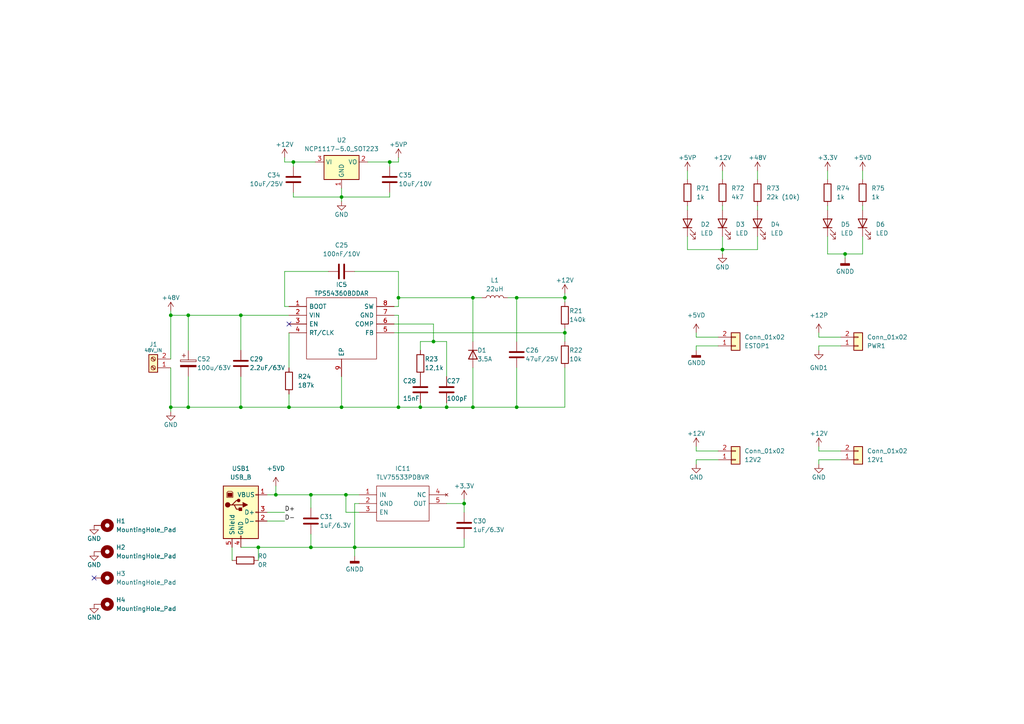
<source format=kicad_sch>
(kicad_sch (version 20230121) (generator eeschema)
  (paper "A4")
  (title_block (title "PCK Controller V1") (company "Josef Pecka"))
  (lib_symbols
    (symbol "Connector:Screw_Terminal_01x02" (pin_names (offset 1.016) hide)
      (property "Reference" "J" (at 0 2.54 0))
      (property "Value" "Screw_Terminal_01x02" (at 0 -5.08 0))
      (symbol "Screw_Terminal_01x02_1_1"
        (rectangle (start -1.27 1.27) (end 1.27 -3.81) (stroke (width 0.254)) (fill (type background)))
        (circle (center 0 -2.54) (radius 0.635) (stroke (width 0.1524)))
        (polyline (pts (xy -0.5334 -2.2098) (xy 0.3302 -3.048)) (stroke (width 0.1524)))
        (polyline (pts (xy -0.5334 0.3302) (xy 0.3302 -0.508)) (stroke (width 0.1524)))
        (polyline (pts (xy -0.3556 -2.032) (xy 0.508 -2.8702)) (stroke (width 0.1524)))
        (polyline (pts (xy -0.3556 0.508) (xy 0.508 -0.3302)) (stroke (width 0.1524)))
        (circle (center 0 0) (radius 0.635) (stroke (width 0.1524)))
        (pin passive line (at -5.08 0 0) (length 3.81) (name "Pin_1") (number "1"))
        (pin passive line (at -5.08 -2.54 0) (length 3.81) (name "Pin_2") (number "2"))
      )
    )
    (symbol "Connector:USB_B" (pin_names (offset 1.016))
      (property "Reference" "J" (at -5.08 11.43 0))
      (property "Value" "USB_B" (at -5.08 8.89 0))
      (symbol "USB_B_0_1"
        (rectangle (start -5.08 -7.62) (end 5.08 7.62) (stroke (width 0.254)) (fill (type background)))
        (circle (center -3.81 2.159) (radius 0.635) (stroke (width 0.254)) (fill (type outline)))
        (rectangle (start -3.81 5.588) (end -2.54 4.572) (fill (type outline)))
        (circle (center -0.635 3.429) (radius 0.381) (stroke (width 0.254)) (fill (type outline)))
        (rectangle (start -0.127 -7.62) (end 0.127 -6.858))
        (polyline (pts (xy -1.905 2.159) (xy 0.635 2.159)) (stroke (width 0.254)))
        (polyline (pts (xy -3.175 2.159) (xy -2.54 2.159) (xy -1.27 3.429) (xy -0.635 3.429)) (stroke (width 0.254)))
        (polyline (pts (xy -2.54 2.159) (xy -1.905 2.159) (xy -1.27 0.889) (xy 0 0.889)) (stroke (width 0.254)))
        (polyline (pts (xy 0.635 2.794) (xy 0.635 1.524) (xy 1.905 2.159) (xy 0.635 2.794)) (stroke (width 0.254)) (fill (type outline)))
        (polyline (pts (xy -4.064 4.318) (xy -2.286 4.318) (xy -2.286 5.715) (xy -2.667 6.096) (xy -3.683 6.096) (xy -4.064 5.715) (xy -4.064 4.318)))
        (rectangle (start 0.254 1.27) (end -0.508 0.508) (stroke (width 0.254)) (fill (type outline)))
        (rectangle (start 5.08 -2.667) (end 4.318 -2.413))
        (rectangle (start 5.08 -0.127) (end 4.318 0.127))
        (rectangle (start 5.08 4.953) (end 4.318 5.207))
      )
      (symbol "USB_B_1_1"
        (pin power_out line (at 7.62 5.08 180) (length 2.54) (name "VBUS") (number "1"))
        (pin bidirectional line (at 7.62 -2.54 180) (length 2.54) (name "D-") (number "2"))
        (pin bidirectional line (at 7.62 0 180) (length 2.54) (name "D+") (number "3"))
        (pin power_out line (at 0 -10.16 90) (length 2.54) (name "GND") (number "4"))
        (pin passive line (at -2.54 -10.16 90) (length 2.54) (name "Shield") (number "5"))
      )
    )
    (symbol "Connector_Generic:Conn_01x02" (pin_names (offset 1.016) hide)
      (property "Reference" "J" (at 0 2.54 0))
      (property "Value" "Conn_01x02" (at 0 -5.08 0))
      (symbol "Conn_01x02_1_1"
        (rectangle (start -1.27 -2.413) (end 0 -2.667) (stroke (width 0.1524)))
        (rectangle (start -1.27 0.127) (end 0 -0.127) (stroke (width 0.1524)))
        (rectangle (start -1.27 1.27) (end 1.27 -3.81) (stroke (width 0.254)) (fill (type background)))
        (pin passive line (at -5.08 0 0) (length 3.81) (name "Pin_1") (number "1"))
        (pin passive line (at -5.08 -2.54 0) (length 3.81) (name "Pin_2") (number "2"))
      )
    )
    (symbol "Device:C" (pin_numbers hide) (pin_names (offset 0.254))
      (property "Reference" "C" (at 0.635 2.54 0))
      (property "Value" "C" (at 0.635 -2.54 0))
      (symbol "C_0_1"
        (polyline (pts (xy -2.032 -0.762) (xy 2.032 -0.762)) (stroke (width 0.508)))
        (polyline (pts (xy -2.032 0.762) (xy 2.032 0.762)) (stroke (width 0.508)))
      )
      (symbol "C_1_1"
        (pin passive line (at 0 3.81 270) (length 2.794) (name "~") (number "1"))
        (pin passive line (at 0 -3.81 90) (length 2.794) (name "~") (number "2"))
      )
    )
    (symbol "Device:C_Polarized" (pin_numbers hide) (pin_names (offset 0.254))
      (property "Reference" "C" (at 0.635 2.54 0))
      (property "Value" "C_Polarized" (at 0.635 -2.54 0))
      (symbol "C_Polarized_0_1"
        (rectangle (start -2.286 0.508) (end 2.286 1.016))
        (polyline (pts (xy -1.778 2.286) (xy -0.762 2.286)))
        (polyline (pts (xy -1.27 2.794) (xy -1.27 1.778)))
        (rectangle (start 2.286 -0.508) (end -2.286 -1.016) (fill (type outline)))
      )
      (symbol "C_Polarized_1_1"
        (pin passive line (at 0 3.81 270) (length 2.794) (name "~") (number "1"))
        (pin passive line (at 0 -3.81 90) (length 2.794) (name "~") (number "2"))
      )
    )
    (symbol "Device:D" (pin_numbers hide) (pin_names (offset 1.016) hide)
      (property "Reference" "D" (at 0 2.54 0))
      (property "Value" "D" (at 0 -2.54 0))
      (symbol "D_0_1"
        (polyline (pts (xy -1.27 1.27) (xy -1.27 -1.27)) (stroke (width 0.254)))
        (polyline (pts (xy 1.27 0) (xy -1.27 0)))
        (polyline (pts (xy 1.27 1.27) (xy 1.27 -1.27) (xy -1.27 0) (xy 1.27 1.27)) (stroke (width 0.254)))
      )
      (symbol "D_1_1"
        (pin passive line (at -3.81 0 0) (length 2.54) (name "K") (number "1"))
        (pin passive line (at 3.81 0 180) (length 2.54) (name "A") (number "2"))
      )
    )
    (symbol "Device:L" (pin_numbers hide) (pin_names (offset 1.016) hide)
      (property "Reference" "L" (at -1.27 0 90))
      (property "Value" "L" (at 1.905 0 90))
      (symbol "L_0_1"
        (arc (start 0 -2.54) (mid 0.6323 -1.905) (end 0 -1.27))
        (arc (start 0 -1.27) (mid 0.6323 -0.635) (end 0 0))
        (arc (start 0 0) (mid 0.6323 0.635) (end 0 1.27))
        (arc (start 0 1.27) (mid 0.6323 1.905) (end 0 2.54))
      )
      (symbol "L_1_1"
        (pin passive line (at 0 3.81 270) (length 1.27) (name "1") (number "1"))
        (pin passive line (at 0 -3.81 90) (length 1.27) (name "2") (number "2"))
      )
    )
    (symbol "Device:LED" (pin_numbers hide) (pin_names (offset 1.016) hide)
      (property "Reference" "D" (at 0 2.54 0))
      (property "Value" "LED" (at 0 -2.54 0))
      (symbol "LED_0_1"
        (polyline (pts (xy -1.27 -1.27) (xy -1.27 1.27)) (stroke (width 0.254)))
        (polyline (pts (xy -1.27 0) (xy 1.27 0)))
        (polyline (pts (xy 1.27 -1.27) (xy 1.27 1.27) (xy -1.27 0) (xy 1.27 -1.27)) (stroke (width 0.254)))
        (polyline (pts (xy -3.048 -0.762) (xy -4.572 -2.286) (xy -3.81 -2.286) (xy -4.572 -2.286) (xy -4.572 -1.524)))
        (polyline (pts (xy -1.778 -0.762) (xy -3.302 -2.286) (xy -2.54 -2.286) (xy -3.302 -2.286) (xy -3.302 -1.524)))
      )
      (symbol "LED_1_1"
        (pin passive line (at -3.81 0 0) (length 2.54) (name "K") (number "1"))
        (pin passive line (at 3.81 0 180) (length 2.54) (name "A") (number "2"))
      )
    )
    (symbol "Device:R" (pin_numbers hide) (pin_names (offset 0))
      (property "Reference" "R" (at 2.032 0 90))
      (property "Value" "R" (at 0 0 90))
      (symbol "R_0_1"
        (rectangle (start -1.016 -2.54) (end 1.016 2.54) (stroke (width 0.254)))
      )
      (symbol "R_1_1"
        (pin passive line (at 0 3.81 270) (length 1.27) (name "~") (number "1"))
        (pin passive line (at 0 -3.81 90) (length 1.27) (name "~") (number "2"))
      )
    )
    (symbol "Mechanical:MountingHole_Pad" (pin_numbers hide) (pin_names (offset 1.016) hide)
      (property "Reference" "H" (at 0 6.35 0))
      (property "Value" "MountingHole_Pad" (at 0 4.445 0))
      (symbol "MountingHole_Pad_0_1"
        (circle (center 0 1.27) (radius 1.27) (stroke (width 1.27)))
      )
      (symbol "MountingHole_Pad_1_1"
        (pin input line (at 0 -2.54 90) (length 2.54) (name "1") (number "1"))
      )
    )
    (symbol "Regulator_Linear:NCP1117-5.0_SOT223"
      (property "Reference" "U" (at -3.81 3.175 0))
      (property "Value" "NCP1117-5.0_SOT223" (at 0 3.175 0))
      (symbol "NCP1117-5.0_SOT223_0_1"
        (rectangle (start -5.08 -5.08) (end 5.08 1.905) (stroke (width 0.254)) (fill (type background)))
      )
      (symbol "NCP1117-5.0_SOT223_1_1"
        (pin power_in line (at 0 -7.62 90) (length 2.54) (name "GND") (number "1"))
        (pin power_out line (at 7.62 0 180) (length 2.54) (name "VO") (number "2"))
        (pin power_in line (at -7.62 0 0) (length 2.54) (name "VI") (number "3"))
      )
    )
    (symbol "SamacSys_Parts:TLV75533PDBVR" (pin_names (offset 0.762))
      (property "Reference" "IC" (at 21.59 7.62 0))
      (property "Value" "TLV75533PDBVR" (at 21.59 5.08 0))
      (symbol "TLV75533PDBVR_0_0"
        (pin passive line (at 0 0 0) (length 5.08) (name "IN") (number "1"))
        (pin passive line (at 0 -2.54 0) (length 5.08) (name "GND") (number "2"))
        (pin passive line (at 0 -5.08 0) (length 5.08) (name "EN") (number "3"))
        (pin no_connect line (at 25.4 0 180) (length 5.08) (name "NC") (number "4"))
        (pin passive line (at 25.4 -2.54 180) (length 5.08) (name "OUT") (number "5"))
      )
      (symbol "TLV75533PDBVR_0_1"
        (polyline (pts (xy 5.08 2.54) (xy 20.32 2.54) (xy 20.32 -7.62) (xy 5.08 -7.62) (xy 5.08 2.54)) (stroke (width 0.1524)))
      )
    )
    (symbol "SamacSys_Parts:TPS54360BDDAR" (pin_names (offset 0.762))
      (property "Reference" "IC" (at 26.67 7.62 0))
      (property "Value" "TPS54360BDDAR" (at 26.67 5.08 0))
      (symbol "TPS54360BDDAR_0_0"
        (pin passive line (at 0 0 0) (length 5.08) (name "BOOT") (number "1"))
        (pin passive line (at 0 -2.54 0) (length 5.08) (name "VIN") (number "2"))
        (pin passive line (at 0 -5.08 0) (length 5.08) (name "EN") (number "3"))
        (pin passive line (at 0 -7.62 0) (length 5.08) (name "RT/CLK") (number "4"))
        (pin passive line (at 30.48 -7.62 180) (length 5.08) (name "FB") (number "5"))
        (pin passive line (at 30.48 -5.08 180) (length 5.08) (name "COMP") (number "6"))
        (pin passive line (at 30.48 -2.54 180) (length 5.08) (name "GND") (number "7"))
        (pin passive line (at 30.48 0 180) (length 5.08) (name "SW") (number "8"))
        (pin passive line (at 15.24 -20.32 90) (length 5.08) (name "EP") (number "9"))
      )
      (symbol "TPS54360BDDAR_0_1"
        (polyline (pts (xy 5.08 2.54) (xy 25.4 2.54) (xy 25.4 -15.24) (xy 5.08 -15.24) (xy 5.08 2.54)) (stroke (width 0.1524)))
      )
    )
    (symbol "power:+12P" (power) (pin_names (offset 0))
      (property "Value" "+12P" (at 0 3.556 0))
      (symbol "+12P_0_1"
        (polyline (pts (xy -0.762 1.27) (xy 0 2.54)))
        (polyline (pts (xy 0 0) (xy 0 2.54)))
        (polyline (pts (xy 0 2.54) (xy 0.762 1.27)))
      )
      (symbol "+12P_1_1"
        (pin power_in line (at 0 0 90) (length 0) hide (name "+12P") (number "1"))
      )
    )
    (symbol "power:+12V" (power) (pin_names (offset 0))
      (property "Value" "+12V" (at 0 3.556 0))
      (symbol "+12V_0_1"
        (polyline (pts (xy -0.762 1.27) (xy 0 2.54)))
        (polyline (pts (xy 0 0) (xy 0 2.54)))
        (polyline (pts (xy 0 2.54) (xy 0.762 1.27)))
      )
      (symbol "+12V_1_1"
        (pin power_in line (at 0 0 90) (length 0) hide (name "+12V") (number "1"))
      )
    )
    (symbol "power:+3.3V" (power) (pin_names (offset 0))
      (property "Value" "+3.3V" (at 0 3.556 0))
      (symbol "+3.3V_0_1"
        (polyline (pts (xy -0.762 1.27) (xy 0 2.54)))
        (polyline (pts (xy 0 0) (xy 0 2.54)))
        (polyline (pts (xy 0 2.54) (xy 0.762 1.27)))
      )
      (symbol "+3.3V_1_1"
        (pin power_in line (at 0 0 90) (length 0) hide (name "+3.3V") (number "1"))
      )
    )
    (symbol "power:+48V" (power) (pin_names (offset 0))
      (property "Value" "+48V" (at 0 3.556 0))
      (symbol "+48V_0_1"
        (polyline (pts (xy -0.762 1.27) (xy 0 2.54)))
        (polyline (pts (xy 0 0) (xy 0 2.54)))
        (polyline (pts (xy 0 2.54) (xy 0.762 1.27)))
      )
      (symbol "+48V_1_1"
        (pin power_in line (at 0 0 90) (length 0) hide (name "+48V") (number "1"))
      )
    )
    (symbol "power:+5VD" (power) (pin_names (offset 0))
      (property "Value" "+5VD" (at 0 3.556 0))
      (symbol "+5VD_0_1"
        (polyline (pts (xy -0.762 1.27) (xy 0 2.54)))
        (polyline (pts (xy 0 0) (xy 0 2.54)))
        (polyline (pts (xy 0 2.54) (xy 0.762 1.27)))
      )
      (symbol "+5VD_1_1"
        (pin power_in line (at 0 0 90) (length 0) hide (name "+5VD") (number "1"))
      )
    )
    (symbol "power:+5VP" (power) (pin_names (offset 0))
      (property "Value" "+5VP" (at 0 3.556 0))
      (symbol "+5VP_0_1"
        (polyline (pts (xy -0.762 1.27) (xy 0 2.54)))
        (polyline (pts (xy 0 0) (xy 0 2.54)))
        (polyline (pts (xy 0 2.54) (xy 0.762 1.27)))
      )
      (symbol "+5VP_1_1"
        (pin power_in line (at 0 0 90) (length 0) hide (name "+5VP") (number "1"))
      )
    )
    (symbol "power:GND" (power) (pin_names (offset 0))
      (property "Value" "GND" (at 0 -3.81 0))
      (symbol "GND_0_1"
        (polyline (pts (xy 0 0) (xy 0 -1.27) (xy 1.27 -1.27) (xy 0 -2.54) (xy -1.27 -1.27) (xy 0 -1.27)))
      )
      (symbol "GND_1_1"
        (pin power_in line (at 0 0 270) (length 0) hide (name "GND") (number "1"))
      )
    )
    (symbol "power:GND1" (power) (pin_names (offset 0))
      (property "Value" "GND1" (at 0 -3.81 0))
      (symbol "GND1_0_1"
        (polyline (pts (xy 0 0) (xy 0 -1.27) (xy 1.27 -1.27) (xy 0 -2.54) (xy -1.27 -1.27) (xy 0 -1.27)))
      )
      (symbol "GND1_1_1"
        (pin power_in line (at 0 0 270) (length 0) hide (name "GND1") (number "1"))
      )
    )
    (symbol "power:GNDD" (power) (pin_names (offset 0))
      (property "Value" "GNDD" (at 0 -3.175 0))
      (symbol "GNDD_0_1"
        (rectangle (start -1.27 -1.524) (end 1.27 -2.032) (stroke (width 0.254)) (fill (type outline)))
        (polyline (pts (xy 0 0) (xy 0 -1.524)))
      )
      (symbol "GNDD_1_1"
        (pin power_in line (at 0 0 270) (length 0) hide (name "GNDD") (number "1"))
      )
    )
  )
  (junction (at 69.85 91.44))
  (junction (at 49.53 91.44))
  (junction (at 115.57 86.36))
  (junction (at 54.61 91.44))
  (junction (at 129.54 118.11))
  (junction (at 137.16 118.11))
  (junction (at 245.11 73.66))
  (junction (at 69.85 118.11))
  (junction (at 90.17 143.51))
  (junction (at 121.92 118.11))
  (junction (at 115.57 118.11))
  (junction (at 90.17 158.75))
  (junction (at 163.83 96.52))
  (junction (at 83.82 118.11))
  (junction (at 99.06 118.11))
  (junction (at 85.09 46.99))
  (junction (at 74.93 158.75))
  (junction (at 137.16 86.36))
  (junction (at 54.61 118.11))
  (junction (at 80.01 143.51))
  (junction (at 149.86 86.36))
  (junction (at 125.73 99.06))
  (junction (at 100.33 143.51))
  (junction (at 102.87 158.75))
  (junction (at 113.03 46.99))
  (junction (at 134.62 146.05))
  (junction (at 99.06 57.15))
  (junction (at 163.83 86.36))
  (junction (at 209.55 72.39))
  (junction (at 149.86 118.11))
  (junction (at 49.53 118.11))
  (no_connect (at 83.82 93.98))
  (no_connect (at 27.305 167.64))
  (wire (pts (xy 49.53 91.44) (xy 49.53 90.17)))
  (wire (pts (xy 209.55 49.53) (xy 209.55 52.07)))
  (wire (pts (xy 54.61 118.11) (xy 69.85 118.11)))
  (wire (pts (xy 149.86 118.11) (xy 149.86 106.68)))
  (wire (pts (xy 85.09 46.99) (xy 91.44 46.99)))
  (wire (pts (xy 199.39 72.39) (xy 209.55 72.39)))
  (wire (pts (xy 134.62 144.78) (xy 134.62 146.05)))
  (wire (pts (xy 85.09 55.88) (xy 85.09 57.15)))
  (wire (pts (xy 83.82 118.11) (xy 99.06 118.11)))
  (wire (pts (xy 240.03 49.53) (xy 240.03 52.07)))
  (wire (pts (xy 237.49 130.81) (xy 243.84 130.81)))
  (wire (pts (xy 113.03 46.99) (xy 113.03 48.26)))
  (wire (pts (xy 115.57 86.36) (xy 115.57 88.9)))
  (wire (pts (xy 102.87 78.74) (xy 115.57 78.74)))
  (wire (pts (xy 83.82 114.3) (xy 83.82 118.11)))
  (wire (pts (xy 240.03 73.66) (xy 245.11 73.66)))
  (wire (pts (xy 77.47 148.59) (xy 82.55 148.59)))
  (wire (pts (xy 102.87 158.75) (xy 134.62 158.75)))
  (wire (pts (xy 219.71 72.39) (xy 219.71 68.58)))
  (wire (pts (xy 129.54 146.05) (xy 134.62 146.05)))
  (wire (pts (xy 129.54 118.11) (xy 137.16 118.11)))
  (wire (pts (xy 149.86 86.36) (xy 149.86 99.06)))
  (wire (pts (xy 69.85 91.44) (xy 83.82 91.44)))
  (wire (pts (xy 201.93 133.35) (xy 208.28 133.35)))
  (wire (pts (xy 99.06 118.11) (xy 115.57 118.11)))
  (wire (pts (xy 134.62 156.21) (xy 134.62 158.75)))
  (wire (pts (xy 54.61 109.22) (xy 54.61 118.11)))
  (wire (pts (xy 250.19 59.69) (xy 250.19 60.96)))
  (wire (pts (xy 115.57 46.99) (xy 115.57 45.72)))
  (wire (pts (xy 219.71 49.53) (xy 219.71 52.07)))
  (wire (pts (xy 149.86 86.36) (xy 163.83 86.36)))
  (wire (pts (xy 121.92 116.84) (xy 121.92 118.11)))
  (wire (pts (xy 134.62 146.05) (xy 134.62 148.59)))
  (wire (pts (xy 113.03 57.15) (xy 113.03 55.88)))
  (wire (pts (xy 147.32 86.36) (xy 149.86 86.36)))
  (wire (pts (xy 237.49 96.52) (xy 237.49 97.79)))
  (wire (pts (xy 115.57 78.74) (xy 115.57 86.36)))
  (wire (pts (xy 49.53 91.44) (xy 54.61 91.44)))
  (wire (pts (xy 115.57 118.11) (xy 121.92 118.11)))
  (wire (pts (xy 99.06 57.15) (xy 113.03 57.15)))
  (wire (pts (xy 240.03 68.58) (xy 240.03 73.66)))
  (wire (pts (xy 245.11 74.93) (xy 245.11 73.66)))
  (wire (pts (xy 90.17 154.94) (xy 90.17 158.75)))
  (wire (pts (xy 82.55 88.9) (xy 83.82 88.9)))
  (wire (pts (xy 67.31 158.75) (xy 67.31 162.56)))
  (wire (pts (xy 90.17 158.75) (xy 102.87 158.75)))
  (wire (pts (xy 201.93 129.54) (xy 201.93 130.81)))
  (wire (pts (xy 250.19 49.53) (xy 250.19 52.07)))
  (wire (pts (xy 208.28 97.79) (xy 201.93 97.79)))
  (wire (pts (xy 137.16 106.68) (xy 137.16 118.11)))
  (wire (pts (xy 114.3 96.52) (xy 163.83 96.52)))
  (wire (pts (xy 114.3 91.44) (xy 115.57 91.44)))
  (wire (pts (xy 199.39 49.53) (xy 199.39 52.07)))
  (wire (pts (xy 209.55 68.58) (xy 209.55 72.39)))
  (wire (pts (xy 245.11 73.66) (xy 250.19 73.66)))
  (wire (pts (xy 201.93 130.81) (xy 208.28 130.81)))
  (wire (pts (xy 114.3 93.98) (xy 125.73 93.98)))
  (wire (pts (xy 209.55 73.66) (xy 209.55 72.39)))
  (wire (pts (xy 82.55 88.9) (xy 82.55 78.74)))
  (wire (pts (xy 82.55 45.72) (xy 82.55 46.99)))
  (wire (pts (xy 83.82 96.52) (xy 83.82 106.68)))
  (wire (pts (xy 237.49 101.6) (xy 237.49 100.33)))
  (wire (pts (xy 201.93 134.62) (xy 201.93 133.35)))
  (wire (pts (xy 77.47 143.51) (xy 80.01 143.51)))
  (wire (pts (xy 49.53 106.68) (xy 49.53 118.11)))
  (wire (pts (xy 129.54 99.06) (xy 129.54 109.22)))
  (wire (pts (xy 49.53 91.44) (xy 49.53 104.14)))
  (wire (pts (xy 90.17 147.32) (xy 90.17 143.51)))
  (wire (pts (xy 149.86 118.11) (xy 163.83 118.11)))
  (wire (pts (xy 163.83 86.36) (xy 163.83 85.09)))
  (wire (pts (xy 69.85 101.6) (xy 69.85 91.44)))
  (wire (pts (xy 240.03 59.69) (xy 240.03 60.96)))
  (wire (pts (xy 99.06 109.22) (xy 99.06 118.11)))
  (wire (pts (xy 121.92 118.11) (xy 129.54 118.11)))
  (wire (pts (xy 163.83 95.25) (xy 163.83 96.52)))
  (wire (pts (xy 121.92 99.06) (xy 125.73 99.06)))
  (wire (pts (xy 199.39 68.58) (xy 199.39 72.39)))
  (wire (pts (xy 80.01 143.51) (xy 90.17 143.51)))
  (wire (pts (xy 69.85 158.75) (xy 74.93 158.75)))
  (wire (pts (xy 250.19 73.66) (xy 250.19 68.58)))
  (wire (pts (xy 104.14 148.59) (xy 100.33 148.59)))
  (wire (pts (xy 77.47 151.13) (xy 82.55 151.13)))
  (wire (pts (xy 54.61 91.44) (xy 69.85 91.44)))
  (wire (pts (xy 100.33 143.51) (xy 104.14 143.51)))
  (wire (pts (xy 137.16 86.36) (xy 139.7 86.36)))
  (wire (pts (xy 199.39 59.69) (xy 199.39 60.96)))
  (wire (pts (xy 115.57 86.36) (xy 137.16 86.36)))
  (wire (pts (xy 100.33 143.51) (xy 100.33 148.59)))
  (wire (pts (xy 102.87 146.05) (xy 102.87 158.75)))
  (wire (pts (xy 54.61 91.44) (xy 54.61 101.6)))
  (wire (pts (xy 237.49 134.62) (xy 237.49 133.35)))
  (wire (pts (xy 219.71 59.69) (xy 219.71 60.96)))
  (wire (pts (xy 237.49 97.79) (xy 243.84 97.79)))
  (wire (pts (xy 74.93 158.75) (xy 90.17 158.75)))
  (wire (pts (xy 209.55 72.39) (xy 219.71 72.39)))
  (wire (pts (xy 201.93 97.79) (xy 201.93 96.52)))
  (wire (pts (xy 102.87 161.29) (xy 102.87 158.75)))
  (wire (pts (xy 69.85 109.22) (xy 69.85 118.11)))
  (wire (pts (xy 201.93 100.33) (xy 201.93 101.6)))
  (wire (pts (xy 49.53 118.11) (xy 54.61 118.11)))
  (wire (pts (xy 82.55 78.74) (xy 95.25 78.74)))
  (wire (pts (xy 106.68 46.99) (xy 113.03 46.99)))
  (wire (pts (xy 137.16 86.36) (xy 137.16 99.06)))
  (wire (pts (xy 80.01 140.97) (xy 80.01 143.51)))
  (wire (pts (xy 209.55 59.69) (xy 209.55 60.96)))
  (wire (pts (xy 163.83 96.52) (xy 163.83 99.06)))
  (wire (pts (xy 99.06 58.42) (xy 99.06 57.15)))
  (wire (pts (xy 137.16 118.11) (xy 149.86 118.11)))
  (wire (pts (xy 163.83 86.36) (xy 163.83 87.63)))
  (wire (pts (xy 49.53 119.38) (xy 49.53 118.11)))
  (wire (pts (xy 99.06 54.61) (xy 99.06 57.15)))
  (wire (pts (xy 129.54 116.84) (xy 129.54 118.11)))
  (wire (pts (xy 237.49 129.54) (xy 237.49 130.81)))
  (wire (pts (xy 237.49 133.35) (xy 243.84 133.35)))
  (wire (pts (xy 69.85 118.11) (xy 83.82 118.11)))
  (wire (pts (xy 121.92 99.06) (xy 121.92 101.6)))
  (wire (pts (xy 85.09 48.26) (xy 85.09 46.99)))
  (wire (pts (xy 115.57 88.9) (xy 114.3 88.9)))
  (wire (pts (xy 208.28 100.33) (xy 201.93 100.33)))
  (wire (pts (xy 163.83 106.68) (xy 163.83 118.11)))
  (wire (pts (xy 104.14 146.05) (xy 102.87 146.05)))
  (wire (pts (xy 85.09 57.15) (xy 99.06 57.15)))
  (wire (pts (xy 125.73 99.06) (xy 129.54 99.06)))
  (wire (pts (xy 237.49 100.33) (xy 243.84 100.33)))
  (wire (pts (xy 125.73 93.98) (xy 125.73 99.06)))
  (wire (pts (xy 113.03 46.99) (xy 115.57 46.99)))
  (wire (pts (xy 90.17 143.51) (xy 100.33 143.51)))
  (wire (pts (xy 82.55 46.99) (xy 85.09 46.99)))
  (wire (pts (xy 115.57 91.44) (xy 115.57 118.11)))
  (wire (pts (xy 74.93 158.75) (xy 74.93 162.56)))
  (label "D+" (at 82.55 148.59 0))
  (label "D-" (at 82.55 151.13 0))
  (symbol (lib_id "power:+5VP") (at 199.39 49.53 0) (unit 1)
    (property "Reference" "#PWR0162" (effects hide))
    (property "Value" "+5VP" (at 199.39 45.72 0))
    (instances (project "CNC_board" (path "" (reference "#PWR0162") (unit 1))) (project "PCK-Controller" (path "" (reference "#PWR0153") (unit 1))))
  )
  (symbol (lib_id "Regulator_Linear:NCP1117-5.0_SOT223") (at 99.06 46.99 0) (unit 1)
    (property "Reference" "U2" (at 99.06 40.64 0))
    (property "Value" "NCP1117-5.0_SOT223" (at 99.06 43.18 0))
    (property "Footprint" "Package_TO_SOT_SMD:SOT-223-3_TabPin2" (effects hide))
    (property "Datasheet" "http://www.onsemi.com/pub_link/Collateral/NCP1117-D.PDF" (effects hide))
  )
  (symbol (lib_id "Device:C") (at 113.03 52.07 0) (unit 1)
    (property "Reference" "C35" (at 115.57 50.8 0) (effects (justify left)))
    (property "Value" "10uF/10V" (at 115.57 53.34 0) (effects (justify left)))
    (property "Footprint" "Capacitor_SMD:C_0805_2012Metric" (effects hide))
  )
  (symbol (lib_id "power:+3.3V") (at 240.03 49.53 0) (unit 1)
    (property "Reference" "#PWR0165" (effects hide))
    (property "Value" "+3.3V" (at 240.03 45.72 0))
    (instances (project "CNC_board" (path "" (reference "#PWR0165") (unit 1))) (project "PCK-Controller" (path "" (reference "#PWR0157") (unit 1))))
  )
  (symbol (lib_id "Mechanical:MountingHole_Pad") (at 29.845 167.64 270) (unit 1)
    (property "Reference" "H3" (at 33.655 166.37 90) (effects (justify left)))
    (property "Value" "MountingHole_Pad" (at 33.655 168.91 90) (effects (justify left)))
    (property "Footprint" "MountingHole:MountingHole_3.5mm_Pad" (effects hide))
  )
  (symbol (lib_id "power:+5VD") (at 250.19 49.53 0) (unit 1)
    (property "Reference" "#PWR0166" (effects hide))
    (property "Value" "+5VD" (at 250.19 45.72 0))
    (instances (project "CNC_board" (path "" (reference "#PWR0166") (unit 1))) (project "PCK-Controller" (path "" (reference "#PWR0159") (unit 1))))
  )
  (symbol (lib_id "power:+12V") (at 201.93 129.54 0) (unit 1)
    (property "Reference" "#PWR0158" (effects hide))
    (property "Value" "+12V" (at 201.93 125.73 0))
    (instances (project "CNC_board" (path "" (reference "#PWR0158") (unit 1))) (project "PCK-Controller" (path "" (reference "#PWR0164") (unit 1))))
  )
  (symbol (lib_id "power:GND1") (at 237.49 101.6 0) (unit 1)
    (property "Reference" "#PWR0147" (effects hide))
    (property "Value" "GND1" (at 237.49 106.68 0))
    (instances (project "CNC_board" (path "" (reference "#PWR0147") (unit 1))) (project "PCK-Controller" (path "" (reference "#PWR0161") (unit 1))))
  )
  (symbol (lib_id "power:GND") (at 49.53 119.38 0) (unit 1)
    (property "Reference" "#PWR022" (effects hide))
    (property "Value" "GND" (at 49.53 123.19 0))
    (instances (project "CNC_board" (path "" (reference "#PWR022") (unit 1))) (project "PCK-Controller" (path "" (reference "#PWR0145") (unit 1))) (project "CNC_controll_board" (path "" (reference "#PWR06") (unit 1))))
  )
  (symbol (lib_id "power:GND") (at 209.55 73.66 0) (unit 1)
    (property "Reference" "#PWR0161" (effects hide))
    (property "Value" "GND" (at 209.55 77.47 0))
    (instances (project "CNC_board" (path "" (reference "#PWR0161") (unit 1))) (project "PCK-Controller" (path "" (reference "#PWR0155") (unit 1))) (project "CNC_controll_board" (path "" (reference "#PWR03") (unit 1))))
  )
  (symbol (lib_id "Device:R") (at 163.83 102.87 0) (unit 1)
    (property "Reference" "R22" (at 165.1 101.6 0) (effects (justify left)))
    (property "Value" "10k" (at 165.1 104.14 0) (effects (justify left)))
    (property "Footprint" "Resistor_SMD:R_0603_1608Metric" (effects hide))
  )
  (symbol (lib_id "power:+48V") (at 219.71 49.53 0) (unit 1)
    (property "Reference" "#PWR0164" (effects hide))
    (property "Value" "+48V" (at 219.71 45.72 0))
    (instances (project "CNC_board" (path "" (reference "#PWR0164") (unit 1))) (project "PCK-Controller" (path "" (reference "#PWR0156") (unit 1))))
  )
  (symbol (lib_id "Device:C") (at 134.62 152.4 0) (unit 1)
    (property "Reference" "C30" (at 137.16 151.13 0) (effects (justify left)))
    (property "Value" "1uF/6.3V" (at 137.16 153.67 0) (effects (justify left)))
    (property "Footprint" "Capacitor_SMD:C_0402_1005Metric" (effects hide))
  )
  (symbol (lib_id "Connector_Generic:Conn_01x02") (at 213.36 133.35 0) (mirror x) (unit 1)
    (property "Reference" "12V2" (at 215.9 133.35 0) (effects (justify left)))
    (property "Value" "Conn_01x02" (at 215.9 130.81 0) (effects (justify left)))
    (property "Footprint" "Connector_JST:JST_XH_B2B-XH-A_1x02_P2.50mm_Vertical" (effects hide))
  )
  (symbol (lib_id "Device:R") (at 199.39 55.88 0) (unit 1)
    (property "Reference" "R71" (at 201.93 54.61 0) (effects (justify left)))
    (property "Value" "1k" (at 201.93 57.15 0) (effects (justify left)))
    (property "Footprint" "Resistor_SMD:R_0603_1608Metric" (effects hide))
  )
  (symbol (lib_id "power:GND") (at 201.93 134.62 0) (unit 1)
    (property "Reference" "#PWR0160" (effects hide))
    (property "Value" "GND" (at 201.93 138.43 0))
    (instances (project "CNC_board" (path "" (reference "#PWR0160") (unit 1))) (project "PCK-Controller" (path "" (reference "#PWR0165") (unit 1))) (project "CNC_controll_board" (path "" (reference "#PWR06") (unit 1))))
  )
  (symbol (lib_id "power:+5VD") (at 80.01 140.97 0) (unit 1)
    (property "Reference" "#PWR0105" (effects hide))
    (property "Value" "+5VD" (at 80.01 135.89 0))
    (instances (project "CNC_board" (path "" (reference "#PWR0105") (unit 1))) (project "PCK-Controller" (path "" (reference "#PWR0150") (unit 1))))
  )
  (symbol (lib_id "power:+12V") (at 237.49 129.54 0) (unit 1)
    (property "Reference" "#PWR0149" (effects hide))
    (property "Value" "+12V" (at 237.49 125.73 0))
    (instances (project "CNC_board" (path "" (reference "#PWR0149") (unit 1))) (project "PCK-Controller" (path "" (reference "#PWR0162") (unit 1))))
  )
  (symbol (lib_id "power:GNDD") (at 102.87 161.29 0) (unit 1)
    (property "Reference" "#PWR025" (effects hide))
    (property "Value" "GNDD" (at 102.87 165.1 0))
    (instances (project "CNC_board" (path "" (reference "#PWR025") (unit 1))) (project "PCK-Controller" (path "" (reference "#PWR0151") (unit 1))))
  )
  (symbol (lib_id "Mechanical:MountingHole_Pad") (at 29.845 175.26 270) (unit 1)
    (property "Reference" "H4" (at 33.655 173.99 90) (effects (justify left)))
    (property "Value" "MountingHole_Pad" (at 33.655 176.53 90) (effects (justify left)))
    (property "Footprint" "MountingHole:MountingHole_3.5mm_Pad" (effects hide))
  )
  (symbol (lib_id "power:+5VP") (at 115.57 45.72 0) (unit 1)
    (property "Reference" "#PWR052" (effects hide))
    (property "Value" "+5VP" (at 115.57 41.91 0))
    (instances (project "CNC_board" (path "" (reference "#PWR052") (unit 1))) (project "PCK-Controller" (path "" (reference "#PWR0148") (unit 1))))
  )
  (symbol (lib_id "Device:R") (at 209.55 55.88 0) (unit 1)
    (property "Reference" "R72" (at 212.09 54.61 0) (effects (justify left)))
    (property "Value" "4k7" (at 212.09 57.15 0) (effects (justify left)))
    (property "Footprint" "Resistor_SMD:R_0603_1608Metric" (effects hide))
  )
  (symbol (lib_id "Connector_Generic:Conn_01x02") (at 248.92 133.35 0) (mirror x) (unit 1)
    (property "Reference" "12V1" (at 251.46 133.35 0) (effects (justify left)))
    (property "Value" "Conn_01x02" (at 251.46 130.81 0) (effects (justify left)))
    (property "Footprint" "Connector_JST:JST_XH_B2B-XH-A_1x02_P2.50mm_Vertical" (effects hide))
  )
  (symbol (lib_id "Device:L") (at 143.51 86.36 90) (unit 1)
    (property "Reference" "L1" (at 143.51 81.28 90))
    (property "Value" "22uH" (at 143.51 83.82 90))
    (property "Footprint" "Inductor_SMD:L_12x12mm_H8mm" (effects hide))
  )
  (symbol (lib_id "SamacSys_Parts:TPS54360BDDAR") (at 83.82 88.9 0) (unit 1)
    (property "Reference" "IC5" (at 99.06 82.55 0))
    (property "Value" "TPS54360BDDAR" (at 99.06 85.09 0))
    (property "Footprint" "SamacSys_Parts:SOIC127P600X170-9N" (effects hide))
    (property "Datasheet" "http://www.ti.com/lit/gpn/TPS54360B" (effects hide))
    (property "Description" "60-V input, 3.5-A, step-down DC/DC converter with Eco-Mode" (effects hide))
    (property "Height" "1.7" (effects hide))
    (property "Mouser Part Number" "595-TPS54360BDDAR" (effects hide))
    (property "Mouser Price/Stock" "https://www.mouser.co.uk/ProductDetail/Texas-Instruments/TPS54360BDDAR?qs=l7cgNqFNU1iKlQpZ394odQ%3D%3D" (effects hide))
    (property "Manufacturer_Name" "Texas Instruments" (effects hide))
    (property "Manufacturer_Part_Number" "TPS54360BDDAR" (effects hide))
  )
  (symbol (lib_id "Device:C") (at 85.09 52.07 0) (unit 1)
    (property "Reference" "C34" (at 77.47 50.8 0) (effects (justify left)))
    (property "Value" "10uF/25V" (at 72.39 53.34 0) (effects (justify left)))
    (property "Footprint" "Capacitor_SMD:C_0805_2012Metric" (effects hide))
  )
  (symbol (lib_id "power:+12V") (at 163.83 85.09 0) (unit 1)
    (property "Reference" "#PWR021" (effects hide))
    (property "Value" "+12V" (at 163.83 81.28 0))
    (instances (project "CNC_board" (path "" (reference "#PWR021") (unit 1))) (project "PCK-Controller" (path "" (reference "#PWR0149") (unit 1))))
  )
  (symbol (lib_id "Device:R") (at 83.82 110.49 0) (unit 1)
    (property "Reference" "R24" (at 86.36 109.22 0) (effects (justify left)))
    (property "Value" "187k" (at 86.36 111.76 0) (effects (justify left)))
    (property "Footprint" "Resistor_SMD:R_0603_1608Metric" (effects hide))
  )
  (symbol (lib_id "power:GNDD") (at 245.11 74.93 0) (unit 1)
    (property "Reference" "#PWR0167" (effects hide))
    (property "Value" "GNDD" (at 245.11 78.74 0))
    (instances (project "CNC_board" (path "" (reference "#PWR0167") (unit 1))) (project "PCK-Controller" (path "" (reference "#PWR0158") (unit 1))))
  )
  (symbol (lib_id "Device:R") (at 240.03 55.88 0) (unit 1)
    (property "Reference" "R74" (at 242.57 54.61 0) (effects (justify left)))
    (property "Value" "1k" (at 242.57 57.15 0) (effects (justify left)))
    (property "Footprint" "Resistor_SMD:R_0402_1005Metric" (effects hide))
  )
  (symbol (lib_id "Device:LED") (at 199.39 64.77 90) (unit 1)
    (property "Reference" "D2" (at 203.2 65.0875 90) (effects (justify right)))
    (property "Value" "LED" (at 203.2 67.6275 90) (effects (justify right)))
    (property "Footprint" "LED_SMD:LED_0603_1608Metric" (effects hide))
  )
  (symbol (lib_id "Device:C") (at 149.86 102.87 0) (unit 1)
    (property "Reference" "C26" (at 152.4 101.6 0) (effects (justify left)))
    (property "Value" "47uF/25V" (at 152.4 104.14 0) (effects (font (size 1.25 1.25)) (justify left)))
    (property "Footprint" "Capacitor_SMD:C_1210_3225Metric" (effects hide))
    (instances (project "CNC_board" (path "" (reference "C26") (unit 1))) (project "PCK-Controller" (path "" (reference "C26") (unit 1))) (project "CNC_controll_board" (path "" (reference "C5") (unit 1))))
  )
  (symbol (lib_id "Connector:Screw_Terminal_01x02") (at 44.45 106.68 180) (unit 1)
    (property "Reference" "J1" (at 44.4905 99.8839 0))
    (property "Value" "48V_IN" (at 44.45 101.6 0) (effects (font (size 1 1))))
    (property "Footprint" "TerminalBlock_Phoenix:TerminalBlock_Phoenix_MKDS-1,5-2_1x02_P5.00mm_Horizontal" (effects hide))
  )
  (symbol (lib_id "power:+48V") (at 49.53 90.17 0) (unit 1)
    (property "Reference" "#PWR024" (effects hide))
    (property "Value" "+48V" (at 49.53 86.36 0))
    (instances (project "CNC_board" (path "" (reference "#PWR024") (unit 1))) (project "PCK-Controller" (path "" (reference "#PWR0144") (unit 1))))
  )
  (symbol (lib_id "Mechanical:MountingHole_Pad") (at 29.845 160.02 270) (unit 1)
    (property "Reference" "H2" (at 33.655 158.75 90) (effects (justify left)))
    (property "Value" "MountingHole_Pad" (at 33.655 161.29 90) (effects (justify left)))
    (property "Footprint" "MountingHole:MountingHole_3.5mm_Pad" (effects hide))
  )
  (symbol (lib_id "Device:LED") (at 250.19 64.77 90) (unit 1)
    (property "Reference" "D6" (at 254 65.0875 90) (effects (justify right)))
    (property "Value" "LED" (at 254 67.6275 90) (effects (justify right)))
    (property "Footprint" "LED_SMD:LED_0603_1608Metric" (effects hide))
  )
  (symbol (lib_id "Device:C") (at 90.17 151.13 0) (unit 1)
    (property "Reference" "C31" (at 92.71 149.86 0) (effects (justify left)))
    (property "Value" "1uF/6.3V" (at 92.71 152.4 0) (effects (justify left)))
    (property "Footprint" "Capacitor_SMD:C_0402_1005Metric" (effects hide))
  )
  (symbol (lib_id "power:GND") (at 99.06 58.42 0) (unit 1)
    (property "Reference" "#PWR046" (effects hide))
    (property "Value" "GND" (at 99.06 62.23 0))
    (instances (project "CNC_board" (path "" (reference "#PWR046") (unit 1))) (project "PCK-Controller" (path "" (reference "#PWR0147") (unit 1))) (project "CNC_controll_board" (path "" (reference "#PWR06") (unit 1))))
  )
  (symbol (lib_id "power:GND") (at 27.305 175.26 0) (unit 1)
    (property "Reference" "#PWR0159" (effects hide))
    (property "Value" "GND" (at 27.305 179.07 0))
    (instances (project "CNC_board" (path "" (reference "#PWR0159") (unit 1))) (project "PCK-Controller" (path "" (reference "#PWR0169") (unit 1))) (project "CNC_controll_board" (path "" (reference "#PWR06") (unit 1))))
  )
  (symbol (lib_id "Device:LED") (at 219.71 64.77 90) (unit 1)
    (property "Reference" "D4" (at 223.52 65.0875 90) (effects (justify right)))
    (property "Value" "LED" (at 223.52 67.6275 90) (effects (justify right)))
    (property "Footprint" "LED_SMD:LED_0603_1608Metric" (effects hide))
  )
  (symbol (lib_id "Device:R") (at 163.83 91.44 0) (unit 1)
    (property "Reference" "R21" (at 165.1 90.17 0) (effects (justify left)))
    (property "Value" "140k" (at 165.1 92.71 0) (effects (justify left)))
    (property "Footprint" "Resistor_SMD:R_0603_1608Metric" (effects hide))
  )
  (symbol (lib_id "Connector_Generic:Conn_01x02") (at 248.92 100.33 0) (mirror x) (unit 1)
    (property "Reference" "PWR1" (at 251.46 100.33 0) (effects (justify left)))
    (property "Value" "Conn_01x02" (at 251.46 97.79 0) (effects (justify left)))
    (property "Footprint" "Connector_JST:JST_XH_B2B-XH-A_1x02_P2.50mm_Vertical" (effects hide))
  )
  (symbol (lib_id "Device:C") (at 69.85 105.41 0) (unit 1)
    (property "Reference" "C29" (at 72.39 104.14 0) (effects (justify left)))
    (property "Value" "2.2uF/63V" (at 72.39 106.68 0) (effects (justify left)))
    (property "Footprint" "Capacitor_SMD:C_1210_3225Metric" (effects hide))
  )
  (symbol (lib_id "Device:R") (at 250.19 55.88 0) (unit 1)
    (property "Reference" "R75" (at 252.73 54.61 0) (effects (justify left)))
    (property "Value" "1k" (at 252.73 57.15 0) (effects (justify left)))
    (property "Footprint" "Resistor_SMD:R_0402_1005Metric" (effects hide))
  )
  (symbol (lib_id "power:+5VD") (at 201.93 96.52 0) (mirror y) (unit 1)
    (property "Reference" "#PWR0169" (effects hide))
    (property "Value" "+5VD" (at 201.93 91.44 0))
    (instances (project "CNC_board" (path "" (reference "#PWR0169") (unit 1))) (project "PCK-Controller" (path "" (reference "#PWR011") (unit 1)) (path "" (reference "#PWR011") (unit 1))))
  )
  (symbol (lib_id "power:GNDD") (at 201.93 101.6 0) (unit 1)
    (property "Reference" "#PWR0168" (effects hide))
    (property "Value" "GNDD" (at 204.6973 105.2273 0) (effects (justify right)))
    (instances (project "CNC_board" (path "" (reference "#PWR0168") (unit 1))) (project "PCK-Controller" (path "" (reference "#PWR012") (unit 1)) (path "" (reference "#PWR012") (unit 1))))
  )
  (symbol (lib_id "Connector:USB_B") (at 69.85 148.59 0) (unit 1)
    (property "Reference" "USB1" (at 69.85 135.89 0))
    (property "Value" "USB_B" (at 69.85 138.43 0))
    (property "Footprint" "NEW_USB:USB_B_OST_USB-B1HSxx_Horizontal_NEW" (effects hide))
    (property "Datasheet" " ~" (effects hide))
  )
  (symbol (lib_id "power:GND") (at 27.305 160.02 0) (unit 1)
    (property "Reference" "#PWR0157" (effects hide))
    (property "Value" "GND" (at 27.305 163.83 0))
    (instances (project "CNC_board" (path "" (reference "#PWR0157") (unit 1))) (project "PCK-Controller" (path "" (reference "#PWR0168") (unit 1))) (project "CNC_controll_board" (path "" (reference "#PWR06") (unit 1))))
  )
  (symbol (lib_id "power:GND") (at 27.305 152.4 0) (unit 1)
    (property "Reference" "#PWR023" (effects hide))
    (property "Value" "GND" (at 27.305 156.21 0))
    (instances (project "CNC_board" (path "" (reference "#PWR023") (unit 1))) (project "PCK-Controller" (path "" (reference "#PWR0167") (unit 1))) (project "CNC_controll_board" (path "" (reference "#PWR06") (unit 1))))
  )
  (symbol (lib_id "power:+3.3V") (at 134.62 144.78 0) (unit 1)
    (property "Reference" "#PWR032" (effects hide))
    (property "Value" "+3.3V" (at 134.62 140.97 0))
    (instances (project "CNC_board" (path "" (reference "#PWR032") (unit 1))) (project "PCK-Controller" (path "" (reference "#PWR0152") (unit 1))))
  )
  (symbol (lib_id "Device:C_Polarized") (at 54.61 105.41 0) (unit 1)
    (property "Reference" "C52" (at 57.15 104.14 0) (effects (justify left)))
    (property "Value" "100u/63V" (at 57.15 106.68 0) (effects (justify left)))
    (property "Footprint" "Capacitor_SMD:CP_Elec_10x12.5" (effects hide))
  )
  (symbol (lib_id "Connector_Generic:Conn_01x02") (at 213.36 100.33 0) (mirror x) (unit 1)
    (property "Reference" "ESTOP1" (at 215.9 100.33 0) (effects (justify left)))
    (property "Value" "Conn_01x02" (at 215.9 97.79 0) (effects (justify left)))
    (property "Footprint" "Connector_JST:JST_XH_B2B-XH-A_1x02_P2.50mm_Vertical" (effects hide))
    (instances (project "CNC_board" (path "" (reference "ESTOP1") (unit 1))) (project "PCK-Controller" (path "" (reference "ESTOP1") (unit 1)) (path "" (reference "5VOUT1") (unit 1))))
  )
  (symbol (lib_id "Device:LED") (at 240.03 64.77 90) (unit 1)
    (property "Reference" "D5" (at 243.84 65.0875 90) (effects (justify right)))
    (property "Value" "LED" (at 243.84 67.6275 90) (effects (justify right)))
    (property "Footprint" "LED_SMD:LED_0603_1608Metric" (effects hide))
  )
  (symbol (lib_id "power:GND") (at 237.49 134.62 0) (unit 1)
    (property "Reference" "#PWR0150" (effects hide))
    (property "Value" "GND" (at 237.49 138.43 0))
    (instances (project "CNC_board" (path "" (reference "#PWR0150") (unit 1))) (project "PCK-Controller" (path "" (reference "#PWR0163") (unit 1))) (project "CNC_controll_board" (path "" (reference "#PWR06") (unit 1))))
  )
  (symbol (lib_id "Device:R") (at 121.92 105.41 0) (unit 1)
    (property "Reference" "R23" (at 123.19 104.14 0) (effects (justify left)))
    (property "Value" "12,1k" (at 123.19 106.68 0) (effects (justify left)))
    (property "Footprint" "Resistor_SMD:R_0603_1608Metric" (effects hide))
  )
  (symbol (lib_id "Device:LED") (at 209.55 64.77 90) (unit 1)
    (property "Reference" "D3" (at 213.36 65.0875 90) (effects (justify right)))
    (property "Value" "LED" (at 213.36 67.6275 90) (effects (justify right)))
    (property "Footprint" "LED_SMD:LED_0603_1608Metric" (effects hide))
  )
  (symbol (lib_id "Device:C") (at 129.54 113.03 0) (unit 1)
    (property "Reference" "C27" (at 129.54 110.49 0) (effects (justify left)))
    (property "Value" "100pF" (at 129.54 115.57 0) (effects (justify left)))
    (property "Footprint" "Capacitor_SMD:C_0603_1608Metric" (effects hide))
  )
  (symbol (lib_id "Mechanical:MountingHole_Pad") (at 29.845 152.4 270) (unit 1)
    (property "Reference" "H1" (at 33.655 151.13 90) (effects (justify left)))
    (property "Value" "MountingHole_Pad" (at 33.655 153.67 90) (effects (justify left)))
    (property "Footprint" "MountingHole:MountingHole_3.5mm_Pad" (effects hide))
  )
  (symbol (lib_id "Device:R") (at 71.12 162.56 90) (unit 1)
    (property "Reference" "R0" (at 77.47 161.29 90) (effects (justify left)))
    (property "Value" "0R" (at 77.47 163.83 90) (effects (justify left)))
    (property "Footprint" "Resistor_SMD:R_0603_1608Metric" (effects hide))
  )
  (symbol (lib_id "SamacSys_Parts:TLV75533PDBVR") (at 104.14 143.51 0) (unit 1)
    (property "Reference" "IC11" (at 116.84 135.89 0))
    (property "Value" "TLV75533PDBVR" (at 116.84 138.43 0))
    (property "Footprint" "SamacSys_Parts:SOT95P280X145-5N" (effects hide))
    (property "Datasheet" "http://www.ti.com/lit/gpn/tlv755p" (effects hide))
    (property "Description" "LDO Voltage Regulators 500-mA, Low IQ, Small Size, Low Dropout Regulator 5-SOT-23 -40 to 125" (effects hide))
    (property "Height" "1.45" (effects hide))
    (property "Mouser Part Number" "595-TLV75533PDBVR" (effects hide))
    (property "Mouser Price/Stock" "https://www.mouser.co.uk/ProductDetail/Texas-Instruments/TLV75533PDBVR?qs=55YtniHzbhAKEwqeO2xJXQ%3D%3D" (effects hide))
    (property "Manufacturer_Name" "Texas Instruments" (effects hide))
    (property "Manufacturer_Part_Number" "TLV75533PDBVR" (effects hide))
  )
  (symbol (lib_id "Device:D") (at 137.16 102.87 270) (unit 1)
    (property "Reference" "D1" (at 138.43 101.6 90) (effects (justify left)))
    (property "Value" "3.5A" (at 138.43 104.14 90) (effects (justify left)))
    (property "Footprint" "Diode_SMD:D_SMA" (effects hide))
    (property "Sim.Device" "D" (effects hide))
    (property "Sim.Pins" "1=K 2=A" (effects hide))
  )
  (symbol (lib_id "Device:C") (at 121.92 113.03 0) (unit 1)
    (property "Reference" "C28" (at 116.84 110.49 0) (effects (justify left)))
    (property "Value" "15nF" (at 116.84 115.57 0) (effects (justify left)))
    (property "Footprint" "Capacitor_SMD:C_0603_1608Metric" (effects hide))
  )
  (symbol (lib_id "power:+12P") (at 237.49 96.52 0) (unit 1)
    (property "Reference" "#PWR0146" (effects hide))
    (property "Value" "+12P" (at 237.49 91.44 0))
    (instances (project "CNC_board" (path "" (reference "#PWR0146") (unit 1))) (project "PCK-Controller" (path "" (reference "#PWR0160") (unit 1))))
  )
  (symbol (lib_id "Device:R") (at 219.71 55.88 0) (unit 1)
    (property "Reference" "R73" (at 222.25 54.61 0) (effects (justify left)))
    (property "Value" "22k (10k)" (at 222.25 57.15 0) (effects (justify left)))
    (property "Footprint" "Resistor_SMD:R_0603_1608Metric" (effects hide))
  )
  (symbol (lib_id "power:+12V") (at 209.55 49.53 0) (unit 1)
    (property "Reference" "#PWR0163" (effects hide))
    (property "Value" "+12V" (at 209.55 45.72 0))
    (instances (project "CNC_board" (path "" (reference "#PWR0163") (unit 1))) (project "PCK-Controller" (path "" (reference "#PWR0154") (unit 1))))
  )
  (symbol (lib_id "Device:C") (at 99.06 78.74 90) (unit 1)
    (property "Reference" "C25" (at 99.06 71.12 90))
    (property "Value" "100nF/10V" (at 99.06 73.66 90))
    (property "Footprint" "Capacitor_SMD:C_0603_1608Metric" (effects hide))
  )
  (symbol (lib_id "power:+12V") (at 82.55 45.72 0) (unit 1)
    (property "Reference" "#PWR053" (effects hide))
    (property "Value" "+12V" (at 82.55 41.91 0))
    (instances (project "CNC_board" (path "" (reference "#PWR053") (unit 1))) (project "PCK-Controller" (path "" (reference "#PWR0146") (unit 1))))
  )
)
</source>
